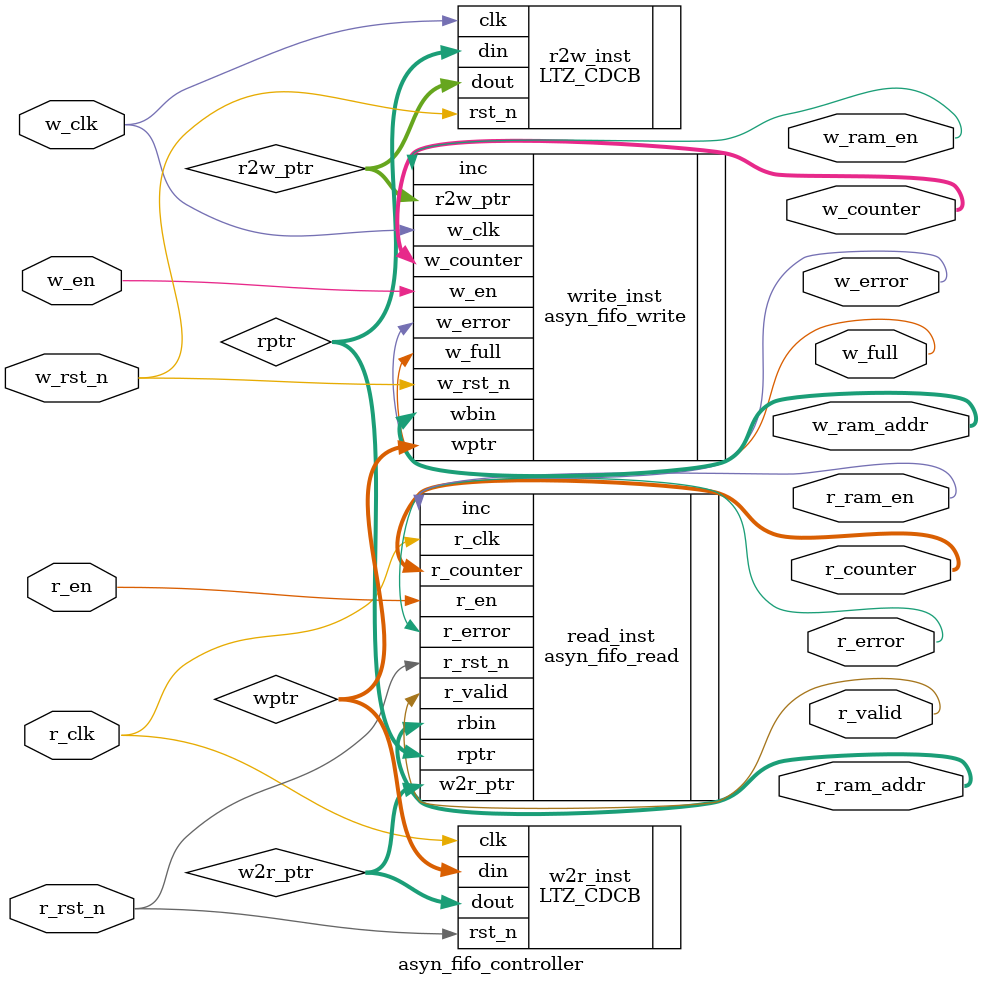
<source format=v>
/*
Copyright (C) 2016  tobalanx@qq.com

Licensed under the Apache License, Version 2.0 (the "License");
you may not use this file except in compliance with the License.
You may obtain a copy of the License at

   http://www.apache.org/licenses/LICENSE-2.0

Unless required by applicable law or agreed to in writing, software
distributed under the License is distributed on an "AS IS" BASIS,
WITHOUT WARRANTIES OR CONDITIONS OF ANY KIND, either express or implied.
See the License for the specific language governing permissions and
limitations under the License.
*/

//-------------------------------------------------------------------------
// https://github.com/balanx/laotzu
//
// Description : asynchronous fifo controller
//
//-------------------------------------------------------------------------
// History :
// 10/15/2016
//    initial draft
//
//-------------------------------------------------------------------------

module asyn_fifo_controller #(
    parameter                FWFTEN    = 1,  // 0 : disable
    parameter                ADDRWIDTH = 6,
    parameter [ADDRWIDTH:0]  FIFODEPTH = 44  // should be even number.
) (
// write-side
    input                        w_rst_n     ,
    input                        w_clk       ,
    input                        w_en        ,
    output                       w_full      ,
    output                       w_error     ,
    output  [ADDRWIDTH:0]        w_counter   ,
// read-side
    input                        r_rst_n     ,
    input                        r_clk       ,
    input                        r_en        ,
    output                       r_valid     ,
    output                       r_error     ,
    output  [ADDRWIDTH:0]        r_counter   ,

// interface to ram
    output  [ADDRWIDTH-1:0]      w_ram_addr  ,
    output                       w_ram_en    ,
    output  [ADDRWIDTH-1:0]      r_ram_addr  ,
    output                       r_ram_en
);

localparam [ADDRWIDTH:0] MINBIN2   = (1'b1<<ADDRWIDTH) - FIFODEPTH;
localparam [ADDRWIDTH:0] MINGRAY2  = (MINBIN2>>1) ^ MINBIN2;
localparam [ADDRWIDTH:0] MAXBIN2   = (1'b1<<ADDRWIDTH) + FIFODEPTH - 1'b1;

wire [ADDRWIDTH:0]    w2r_ptr ;
wire [ADDRWIDTH:0]    r2w_ptr ;
wire [ADDRWIDTH:0]    rptr    ;
wire [ADDRWIDTH:0]    wptr    ;


asyn_fifo_write  #(
    .ADDRWIDTH  ( ADDRWIDTH ),
    .FIFODEPTH  ( FIFODEPTH ),
    .MINBIN2    ( MINBIN2   ),
    .MAXBIN2    ( MAXBIN2   )
) write_inst (
    .w_clk      ( w_clk       ),
    .w_rst_n    ( w_rst_n     ),
    .w_en       ( w_en        ),
    .r2w_ptr    ( r2w_ptr     ),
    .wbin       ( w_ram_addr  ),
    .wptr       ( wptr        ),
    .inc        ( w_ram_en    ),
    .w_full     ( w_full      ),
    .w_error    ( w_error     ),
    .w_counter  ( w_counter   )
);


LTZ_CDCB  #(
    .WIDTH      ( ADDRWIDTH + 1 ),
    .INITVAL    ( MINGRAY2      )
) w2r_inst (
    .rst_n      ( r_rst_n  ), // I
    .clk        ( r_clk    ), // I
    .din        ( wptr     ), // I [WIDTH -1:0]
    .dout       ( w2r_ptr  )  // O [WIDTH -1:0]
); // instantiation of LTZ_CDCB


asyn_fifo_read  #(
    .FWFTEN     ( FWFTEN    ),
    .ADDRWIDTH  ( ADDRWIDTH ),
    .FIFODEPTH  ( FIFODEPTH ),
    .MINBIN2    ( MINBIN2   ),
    .MAXBIN2    ( MAXBIN2   )
) read_inst (
    .r_clk      ( r_clk       ),
    .r_rst_n    ( r_rst_n     ),
    .r_en       ( r_en        ),
    .w2r_ptr    ( w2r_ptr     ),
    .rbin       ( r_ram_addr  ),
    .rptr       ( rptr        ),
    .inc        ( r_ram_en    ),
    .r_valid    ( r_valid     ),
    .r_error    ( r_error     ),
    .r_counter  ( r_counter   )
);


LTZ_CDCB  #(
    .WIDTH      ( ADDRWIDTH + 1 ),
    .INITVAL    ( MINGRAY2      )
) r2w_inst (
    .rst_n      ( w_rst_n  ), // I
    .clk        ( w_clk    ), // I
    .din        ( rptr     ), // I [WIDTH -1:0]
    .dout       ( r2w_ptr  )  // O [WIDTH -1:0]
); // instantiation of LTZ_CDCB

//
endmodule
</source>
